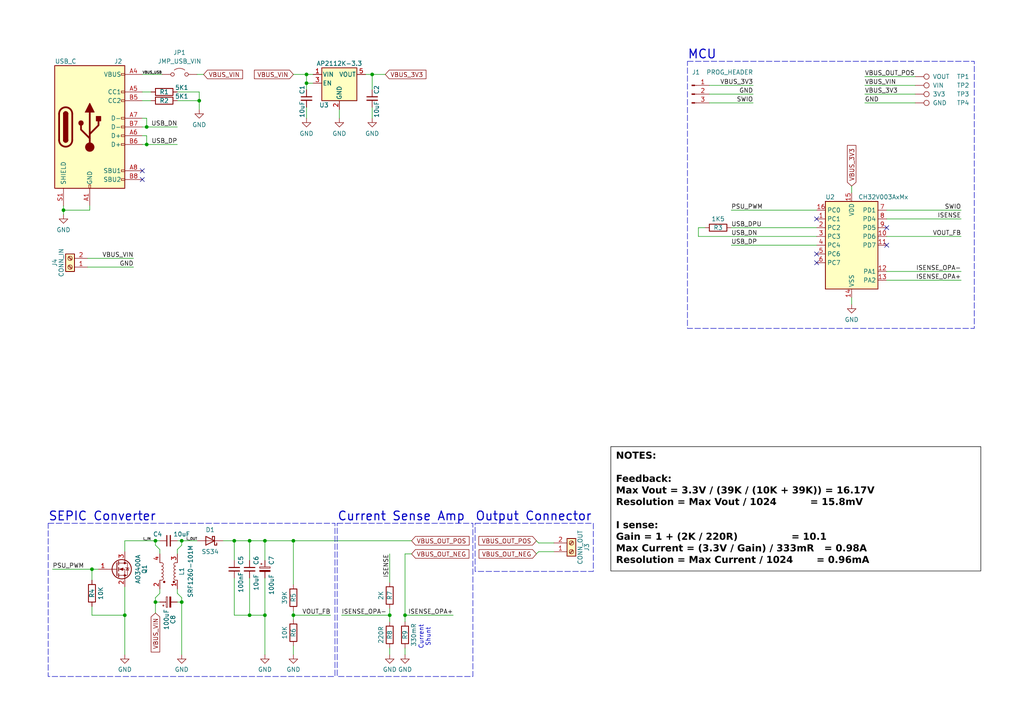
<source format=kicad_sch>
(kicad_sch (version 20231120) (generator "eeschema") (generator_version "8.0")
  (paper "A4")
  (title_block (title "CCCCPPPS CH32V003 PSU") (date "2024-11-02") (rev "MkII") (comment 1 "Bogdan Ionescu & ADBeta"))
  (lib_symbols
    (symbol "Connector:Conn_01x03_Pin" (pin_names (offset 1.016) hide)
      (property "Reference" "J" (at 0 5.08 0))
      (property "Value" "Conn_01x03_Pin" (at 0 -5.08 0))
      (symbol "Conn_01x03_Pin_1_1"
        (polyline (pts (xy 1.27 -2.54) (xy 0.8636 -2.54)) (stroke (width 0.1524)))
        (polyline (pts (xy 1.27 0) (xy 0.8636 0)) (stroke (width 0.1524)))
        (polyline (pts (xy 1.27 2.54) (xy 0.8636 2.54)) (stroke (width 0.1524)))
        (rectangle (start 0.8636 -2.413) (end 0 -2.667) (stroke (width 0.1524)) (fill (type outline)))
        (rectangle (start 0.8636 0.127) (end 0 -0.127) (stroke (width 0.1524)) (fill (type outline)))
        (rectangle (start 0.8636 2.667) (end 0 2.413) (stroke (width 0.1524)) (fill (type outline)))
        (pin passive line (at 5.08 2.54 180) (length 3.81) (name "Pin_1") (number "1"))
        (pin passive line (at 5.08 0 180) (length 3.81) (name "Pin_2") (number "2"))
        (pin passive line (at 5.08 -2.54 180) (length 3.81) (name "Pin_3") (number "3"))
      )
    )
    (symbol "Connector:Screw_Terminal_01x02" (pin_names (offset 1.016) hide)
      (property "Reference" "J" (at 0 2.54 0))
      (property "Value" "Screw_Terminal_01x02" (at 0 -5.08 0))
      (symbol "Screw_Terminal_01x02_1_1"
        (rectangle (start -1.27 1.27) (end 1.27 -3.81) (stroke (width 0.254)) (fill (type background)))
        (circle (center 0 -2.54) (radius 0.635) (stroke (width 0.1524)))
        (polyline (pts (xy -0.5334 -2.2098) (xy 0.3302 -3.048)) (stroke (width 0.1524)))
        (polyline (pts (xy -0.5334 0.3302) (xy 0.3302 -0.508)) (stroke (width 0.1524)))
        (polyline (pts (xy -0.3556 -2.032) (xy 0.508 -2.8702)) (stroke (width 0.1524)))
        (polyline (pts (xy -0.3556 0.508) (xy 0.508 -0.3302)) (stroke (width 0.1524)))
        (circle (center 0 0) (radius 0.635) (stroke (width 0.1524)))
        (pin passive line (at -5.08 0 0) (length 3.81) (name "Pin_1") (number "1"))
        (pin passive line (at -5.08 -2.54 0) (length 3.81) (name "Pin_2") (number "2"))
      )
    )
    (symbol "Connector:TestPoint" (pin_numbers hide) (pin_names (offset 0.762) hide)
      (property "Reference" "TP" (at 0 6.858 0))
      (property "Value" "TestPoint" (at 0 5.08 0))
      (symbol "TestPoint_0_1"
        (circle (center 0 3.302) (radius 0.762))
      )
      (symbol "TestPoint_1_1"
        (pin passive line (at 0 0 90) (length 2.54) (name "1") (number "1"))
      )
    )
    (symbol "Connector:USB_C_Receptacle_USB2.0_16P" (pin_names (offset 1.016))
      (property "Reference" "J" (at 0 22.225 0))
      (property "Value" "USB_C_Receptacle_USB2.0_16P" (at 0 19.685 0))
      (symbol "USB_C_Receptacle_USB2.0_16P_0_0"
        (rectangle (start -0.254 -17.78) (end 0.254 -16.764))
        (rectangle (start 10.16 -14.986) (end 9.144 -15.494))
        (rectangle (start 10.16 -12.446) (end 9.144 -12.954))
        (rectangle (start 10.16 -4.826) (end 9.144 -5.334))
        (rectangle (start 10.16 -2.286) (end 9.144 -2.794))
        (rectangle (start 10.16 0.254) (end 9.144 -0.254))
        (rectangle (start 10.16 2.794) (end 9.144 2.286))
        (rectangle (start 10.16 7.874) (end 9.144 7.366))
        (rectangle (start 10.16 10.414) (end 9.144 9.906))
        (rectangle (start 10.16 15.494) (end 9.144 14.986))
      )
      (symbol "USB_C_Receptacle_USB2.0_16P_0_1"
        (rectangle (start -10.16 17.78) (end 10.16 -17.78) (stroke (width 0.254)) (fill (type background)))
        (arc (start -8.89 -3.81) (mid -6.985 -5.7067) (end -5.08 -3.81) (stroke (width 0.508)))
        (arc (start -7.62 -3.81) (mid -6.985 -4.4423) (end -6.35 -3.81) (stroke (width 0.254)))
        (arc (start -7.62 -3.81) (mid -6.985 -4.4423) (end -6.35 -3.81) (stroke (width 0.254)) (fill (type outline)))
        (rectangle (start -7.62 -3.81) (end -6.35 3.81) (stroke (width 0.254)) (fill (type outline)))
        (arc (start -6.35 3.81) (mid -6.985 4.4423) (end -7.62 3.81) (stroke (width 0.254)))
        (arc (start -6.35 3.81) (mid -6.985 4.4423) (end -7.62 3.81) (stroke (width 0.254)) (fill (type outline)))
        (arc (start -5.08 3.81) (mid -6.985 5.7067) (end -8.89 3.81) (stroke (width 0.508)))
        (circle (center -2.54 1.143) (radius 0.635) (stroke (width 0.254)) (fill (type outline)))
        (circle (center 0 -5.842) (radius 1.27) (fill (type outline)))
        (polyline (pts (xy -8.89 -3.81) (xy -8.89 3.81)) (stroke (width 0.508)))
        (polyline (pts (xy -5.08 3.81) (xy -5.08 -3.81)) (stroke (width 0.508)))
        (polyline (pts (xy 0 -5.842) (xy 0 4.318)) (stroke (width 0.508)))
        (polyline (pts (xy 0 -3.302) (xy -2.54 -0.762) (xy -2.54 0.508)) (stroke (width 0.508)))
        (polyline (pts (xy 0 -2.032) (xy 2.54 0.508) (xy 2.54 1.778)) (stroke (width 0.508)))
        (polyline (pts (xy -1.27 4.318) (xy 0 6.858) (xy 1.27 4.318) (xy -1.27 4.318)) (stroke (width 0.254)) (fill (type outline)))
        (rectangle (start 1.905 1.778) (end 3.175 3.048) (stroke (width 0.254)) (fill (type outline)))
      )
      (symbol "USB_C_Receptacle_USB2.0_16P_1_1"
        (pin passive line (at 0 -22.86 90) (length 5.08) (name "GND") (number "A1"))
        (pin passive line (at 0 -22.86 90) (length 5.08) hide (name "GND") (number "A12"))
        (pin passive line (at 15.24 15.24 180) (length 5.08) (name "VBUS") (number "A4"))
        (pin bidirectional line (at 15.24 10.16 180) (length 5.08) (name "CC1") (number "A5"))
        (pin bidirectional line (at 15.24 -2.54 180) (length 5.08) (name "D+") (number "A6"))
        (pin bidirectional line (at 15.24 2.54 180) (length 5.08) (name "D-") (number "A7"))
        (pin bidirectional line (at 15.24 -12.7 180) (length 5.08) (name "SBU1") (number "A8"))
        (pin passive line (at 15.24 15.24 180) (length 5.08) hide (name "VBUS") (number "A9"))
        (pin passive line (at 0 -22.86 90) (length 5.08) hide (name "GND") (number "B1"))
        (pin passive line (at 0 -22.86 90) (length 5.08) hide (name "GND") (number "B12"))
        (pin passive line (at 15.24 15.24 180) (length 5.08) hide (name "VBUS") (number "B4"))
        (pin bidirectional line (at 15.24 7.62 180) (length 5.08) (name "CC2") (number "B5"))
        (pin bidirectional line (at 15.24 -5.08 180) (length 5.08) (name "D+") (number "B6"))
        (pin bidirectional line (at 15.24 0 180) (length 5.08) (name "D-") (number "B7"))
        (pin bidirectional line (at 15.24 -15.24 180) (length 5.08) (name "SBU2") (number "B8"))
        (pin passive line (at 15.24 15.24 180) (length 5.08) hide (name "VBUS") (number "B9"))
        (pin passive line (at -7.62 -22.86 90) (length 5.08) (name "SHIELD") (number "S1"))
      )
    )
    (symbol "Device:C_Polarized_Small" (pin_numbers hide) (pin_names (offset 0.254) hide)
      (property "Reference" "C" (at 0.254 1.778 0))
      (property "Value" "C_Polarized_Small" (at 0.254 -2.032 0))
      (symbol "C_Polarized_Small_0_1"
        (rectangle (start -1.524 -0.3048) (end 1.524 -0.6858) (fill (type outline)))
        (rectangle (start -1.524 0.6858) (end 1.524 0.3048))
        (polyline (pts (xy -1.27 1.524) (xy -0.762 1.524)))
        (polyline (pts (xy -1.016 1.27) (xy -1.016 1.778)))
      )
      (symbol "C_Polarized_Small_1_1"
        (pin passive line (at 0 2.54 270) (length 1.8542) (name "~") (number "1"))
        (pin passive line (at 0 -2.54 90) (length 1.8542) (name "~") (number "2"))
      )
    )
    (symbol "Device:C_Small" (pin_numbers hide) (pin_names (offset 0.254) hide)
      (property "Reference" "C" (at 0.254 1.778 0))
      (property "Value" "C_Small" (at 0.254 -2.032 0))
      (symbol "C_Small_0_1"
        (polyline (pts (xy -1.524 -0.508) (xy 1.524 -0.508)) (stroke (width 0.3302)))
        (polyline (pts (xy -1.524 0.508) (xy 1.524 0.508)) (stroke (width 0.3048)))
      )
      (symbol "C_Small_1_1"
        (pin passive line (at 0 2.54 270) (length 2.032) (name "~") (number "1"))
        (pin passive line (at 0 -2.54 90) (length 2.032) (name "~") (number "2"))
      )
    )
    (symbol "Device:L_Coupled_1243" (pin_names (offset 0.254) hide)
      (property "Reference" "L3" (at -1.6511 -3.81 90))
      (property "Value" "SRF1260-101M" (at 0.8889 -3.81 90))
      (symbol "L_Coupled_1243_0_1"
        (circle (center -3.048 -1.524) (radius 0.254) (fill (type outline)))
        (circle (center -3.048 1.27) (radius 0.254) (fill (type outline)))
        (arc (start -2.54 2.032) (mid -2.032 1.5262) (end -1.524 2.032))
        (arc (start -1.524 -2.032) (mid -2.032 -1.5262) (end -2.54 -2.032))
        (arc (start -1.524 2.032) (mid -1.016 1.5262) (end -0.508 2.032))
        (arc (start -0.508 -2.032) (mid -1.016 -1.5262) (end -1.524 -2.032))
        (arc (start -0.508 2.032) (mid 0 1.5262) (end 0.508 2.032))
        (polyline (pts (xy -2.54 -2.032) (xy -2.54 -2.54)))
        (polyline (pts (xy -2.54 2.032) (xy -2.54 2.54)))
        (polyline (pts (xy 2.54 -2.54) (xy 2.54 -2.032)))
        (polyline (pts (xy 2.54 2.032) (xy 2.54 2.54)))
        (arc (start 0.508 -2.032) (mid 0 -1.5262) (end -0.508 -2.032))
        (arc (start 0.508 2.032) (mid 1.016 1.5262) (end 1.524 2.032))
        (arc (start 1.524 -2.032) (mid 1.016 -1.5262) (end 0.508 -2.032))
        (arc (start 1.524 2.032) (mid 2.032 1.5262) (end 2.54 2.032))
        (arc (start 2.54 -2.032) (mid 2.032 -1.5262) (end 1.524 -2.032))
      )
      (symbol "L_Coupled_1243_1_1"
        (pin passive line (at -5.08 -2.54 0) (length 2.54) (name "1") (number "1"))
        (pin passive line (at -5.08 2.54 0) (length 2.54) (name "2") (number "2"))
        (pin passive line (at 5.08 -2.54 180) (length 2.54) (name "3") (number "3"))
        (pin passive line (at 5.08 2.54 180) (length 2.54) (name "4") (number "4"))
      )
    )
    (symbol "Device:R" (pin_numbers hide) (pin_names (offset 0))
      (property "Reference" "R" (at 2.032 0 90))
      (property "Value" "R" (at 0 0 90))
      (symbol "R_0_1"
        (rectangle (start -1.016 -2.54) (end 1.016 2.54) (stroke (width 0.254)))
      )
      (symbol "R_1_1"
        (pin passive line (at 0 3.81 270) (length 1.27) (name "~") (number "1"))
        (pin passive line (at 0 -3.81 90) (length 1.27) (name "~") (number "2"))
      )
    )
    (symbol "Diode:SS34" (pin_numbers hide) (pin_names (offset 1.016) hide)
      (property "Reference" "D" (at 0 2.54 0))
      (property "Value" "SS34" (at 0 -2.54 0))
      (symbol "SS34_0_1"
        (polyline (pts (xy 1.27 0) (xy -1.27 0)))
        (polyline (pts (xy 1.27 1.27) (xy 1.27 -1.27) (xy -1.27 0) (xy 1.27 1.27)) (stroke (width 0.254)))
        (polyline (pts (xy -1.905 0.635) (xy -1.905 1.27) (xy -1.27 1.27) (xy -1.27 -1.27) (xy -0.635 -1.27) (xy -0.635 -0.635)) (stroke (width 0.254)))
      )
      (symbol "SS34_1_1"
        (pin passive line (at -3.81 0 0) (length 2.54) (name "K") (number "1"))
        (pin passive line (at 3.81 0 180) (length 2.54) (name "A") (number "2"))
      )
    )
    (symbol "Jumper:Jumper_2_Open" (pin_numbers hide) (pin_names (offset 0) hide) (exclude_from_sim yes)
      (property "Reference" "JP" (at 0 2.794 0))
      (property "Value" "Jumper_2_Open" (at 0 -2.286 0))
      (symbol "Jumper_2_Open_0_0"
        (circle (center -2.032 0) (radius 0.508))
        (circle (center 2.032 0) (radius 0.508))
      )
      (symbol "Jumper_2_Open_0_1"
        (arc (start 1.524 1.27) (mid 0 1.778) (end -1.524 1.27))
      )
      (symbol "Jumper_2_Open_1_1"
        (pin passive line (at -5.08 0 0) (length 2.54) (name "A") (number "1"))
        (pin passive line (at 5.08 0 180) (length 2.54) (name "B") (number "2"))
      )
    )
    (symbol "MCU_WCH_CH32V0:CH32V003AxMx"
      (property "Reference" "U" (at -7.62 15.24 0))
      (property "Value" "CH32V003AxMx" (at 7.62 15.24 0))
      (symbol "CH32V003AxMx_1_1"
        (rectangle (start -7.62 12.7) (end 7.62 -12.7) (stroke (width 0.254)) (fill (type background)))
        (pin bidirectional line (at -10.16 7.62 0) (length 2.54) (name "PC1") (number "1"))
        (pin bidirectional line (at 10.16 2.54 180) (length 2.54) (name "PD6") (number "10"))
        (pin bidirectional line (at 10.16 0 180) (length 2.54) (name "PD7") (number "11"))
        (pin bidirectional line (at 10.16 -7.62 180) (length 2.54) (name "PA1") (number "12"))
        (pin bidirectional line (at 10.16 -10.16 180) (length 2.54) (name "PA2") (number "13"))
        (pin power_in line (at 0 -15.24 90) (length 2.54) (name "VSS") (number "14"))
        (pin power_in line (at 0 15.24 270) (length 2.54) (name "VDD") (number "15"))
        (pin bidirectional line (at -10.16 10.16 0) (length 2.54) (name "PC0") (number "16"))
        (pin bidirectional line (at -10.16 5.08 0) (length 2.54) (name "PC2") (number "2"))
        (pin bidirectional line (at -10.16 2.54 0) (length 2.54) (name "PC3") (number "3"))
        (pin bidirectional line (at -10.16 0 0) (length 2.54) (name "PC4") (number "4"))
        (pin bidirectional line (at -10.16 -2.54 0) (length 2.54) (name "PC6") (number "5"))
        (pin bidirectional line (at -10.16 -5.08 0) (length 2.54) (name "PC7") (number "6"))
        (pin bidirectional line (at 10.16 10.16 180) (length 2.54) (name "PD1") (number "7"))
        (pin bidirectional line (at 10.16 7.62 180) (length 2.54) (name "PD4") (number "8"))
        (pin bidirectional line (at 10.16 5.08 180) (length 2.54) (name "PD5") (number "9"))
      )
    )
    (symbol "Regulator_Linear:AP2112K-3.3" (pin_names (offset 0.254))
      (property "Reference" "U" (at -5.08 5.715 0))
      (property "Value" "AP2112K-3.3" (at 0 5.715 0))
      (symbol "AP2112K-3.3_0_1"
        (rectangle (start -5.08 4.445) (end 5.08 -5.08) (stroke (width 0.254)) (fill (type background)))
      )
      (symbol "AP2112K-3.3_1_1"
        (pin power_in line (at -7.62 2.54 0) (length 2.54) (name "VIN") (number "1"))
        (pin power_in line (at 0 -7.62 90) (length 2.54) (name "GND") (number "2"))
        (pin input line (at -7.62 0 0) (length 2.54) (name "EN") (number "3"))
        (pin no_connect line (at 5.08 0 180) (length 2.54) hide (name "NC") (number "4"))
        (pin power_out line (at 7.62 2.54 180) (length 2.54) (name "VOUT") (number "5"))
      )
    )
    (symbol "Transistor_FET:AO3400A" (pin_names hide)
      (property "Reference" "Q" (at 5.08 1.905 0))
      (property "Value" "AO3400A" (at 5.08 0 0))
      (symbol "AO3400A_0_1"
        (polyline (pts (xy 0.254 0) (xy -2.54 0)))
        (polyline (pts (xy 0.254 1.905) (xy 0.254 -1.905)) (stroke (width 0.254)))
        (polyline (pts (xy 0.762 -1.27) (xy 0.762 -2.286)) (stroke (width 0.254)))
        (polyline (pts (xy 0.762 0.508) (xy 0.762 -0.508)) (stroke (width 0.254)))
        (polyline (pts (xy 0.762 2.286) (xy 0.762 1.27)) (stroke (width 0.254)))
        (polyline (pts (xy 2.54 2.54) (xy 2.54 1.778)))
        (polyline (pts (xy 2.54 -2.54) (xy 2.54 0) (xy 0.762 0)))
        (polyline (pts (xy 0.762 -1.778) (xy 3.302 -1.778) (xy 3.302 1.778) (xy 0.762 1.778)))
        (polyline (pts (xy 1.016 0) (xy 2.032 0.381) (xy 2.032 -0.381) (xy 1.016 0)) (fill (type outline)))
        (polyline (pts (xy 2.794 0.508) (xy 2.921 0.381) (xy 3.683 0.381) (xy 3.81 0.254)))
        (polyline (pts (xy 3.302 0.381) (xy 2.921 -0.254) (xy 3.683 -0.254) (xy 3.302 0.381)))
        (circle (center 1.651 0) (radius 2.794) (stroke (width 0.254)))
        (circle (center 2.54 -1.778) (radius 0.254) (fill (type outline)))
        (circle (center 2.54 1.778) (radius 0.254) (fill (type outline)))
      )
      (symbol "AO3400A_1_1"
        (pin input line (at -5.08 0 0) (length 2.54) (name "G") (number "1"))
        (pin passive line (at 2.54 -5.08 90) (length 2.54) (name "S") (number "2"))
        (pin passive line (at 2.54 5.08 270) (length 2.54) (name "D") (number "3"))
      )
    )
    (symbol "power:GND" (power) (pin_names (offset 0))
      (property "Value" "GND" (at 0 -3.81 0))
      (symbol "GND_0_1"
        (polyline (pts (xy 0 0) (xy 0 -1.27) (xy 1.27 -1.27) (xy 0 -2.54) (xy -1.27 -1.27) (xy 0 -1.27)))
      )
      (symbol "GND_1_1"
        (pin power_in line (at 0 0 270) (length 0) hide (name "GND") (number "1"))
      )
    )
  )
  (junction (at 76.835 178.435))
  (junction (at 67.945 156.845))
  (junction (at 117.475 178.435))
  (junction (at 76.835 156.845))
  (junction (at 45.085 156.845))
  (junction (at 52.705 156.845))
  (junction (at 88.9 24.13))
  (junction (at 42.545 41.91))
  (junction (at 113.03 178.435))
  (junction (at 36.195 178.435))
  (junction (at 52.705 174.625))
  (junction (at 26.67 165.1))
  (junction (at 45.085 174.625))
  (junction (at 42.545 36.83))
  (junction (at 85.09 156.845))
  (junction (at 107.95 21.59))
  (junction (at 85.09 178.435))
  (junction (at 72.39 178.435))
  (junction (at 72.39 156.845))
  (junction (at 57.785 29.21))
  (junction (at 88.9 21.59))
  (junction (at 18.415 60.96))
  (no_connect (at 41.275 52.07))
  (no_connect (at 257.175 66.04))
  (no_connect (at 236.855 63.5))
  (no_connect (at 257.175 71.12))
  (no_connect (at 236.855 73.66))
  (no_connect (at 41.275 49.53))
  (no_connect (at 236.855 76.2))
  (wire (pts (xy 106.045 21.59) (xy 107.95 21.59)))
  (wire (pts (xy 42.545 41.91) (xy 41.275 41.91)))
  (wire (pts (xy 46.355 159.385) (xy 45.085 158.115)))
  (wire (pts (xy 76.835 167.64) (xy 76.835 178.435)))
  (wire (pts (xy 88.9 24.13) (xy 90.805 24.13)))
  (wire (pts (xy 247.015 53.975) (xy 247.015 55.88)))
  (wire (pts (xy 46.355 170.815) (xy 46.355 172.085)))
  (wire (pts (xy 85.09 187.325) (xy 85.09 189.865)))
  (wire (pts (xy 76.835 178.435) (xy 76.835 189.865)))
  (wire (pts (xy 36.195 170.18) (xy 36.195 178.435)))
  (wire (pts (xy 42.545 39.37) (xy 42.545 41.91)))
  (wire (pts (xy 247.015 86.36) (xy 247.015 88.265)))
  (wire (pts (xy 45.085 173.355) (xy 45.085 174.625)))
  (wire (pts (xy 41.275 29.21) (xy 43.815 29.21)))
  (wire (pts (xy 212.09 66.04) (xy 236.855 66.04)))
  (wire (pts (xy 117.475 160.655) (xy 117.475 178.435)))
  (wire (pts (xy 52.705 173.355) (xy 52.705 174.625)))
  (wire (pts (xy 85.09 21.59) (xy 88.9 21.59)))
  (wire (pts (xy 42.545 36.83) (xy 51.435 36.83)))
  (wire (pts (xy 212.09 71.12) (xy 236.855 71.12)))
  (wire (pts (xy 156.21 157.48) (xy 160.655 157.48)))
  (wire (pts (xy 51.435 29.21) (xy 57.785 29.21)))
  (wire (pts (xy 41.275 36.83) (xy 42.545 36.83)))
  (wire (pts (xy 218.44 27.305) (xy 205.74 27.305)))
  (wire (pts (xy 52.705 158.115) (xy 52.705 156.845)))
  (wire (pts (xy 85.09 169.545) (xy 85.09 156.845)))
  (wire (pts (xy 45.085 158.115) (xy 45.085 156.845)))
  (wire (pts (xy 99.06 178.435) (xy 113.03 178.435)))
  (wire (pts (xy 205.74 29.845) (xy 218.44 29.845)))
  (wire (pts (xy 88.9 24.13) (xy 88.9 26.035)))
  (wire (pts (xy 42.545 41.91) (xy 51.435 41.91)))
  (wire (pts (xy 15.24 165.1) (xy 26.67 165.1)))
  (wire (pts (xy 67.945 156.845) (xy 72.39 156.845)))
  (wire (pts (xy 51.435 172.085) (xy 52.705 173.355)))
  (wire (pts (xy 45.085 174.625) (xy 46.355 174.625)))
  (wire (pts (xy 113.03 187.96) (xy 113.03 189.865)))
  (wire (pts (xy 72.39 178.435) (xy 76.835 178.435)))
  (wire (pts (xy 156.21 160.02) (xy 160.655 160.02)))
  (wire (pts (xy 202.565 66.04) (xy 202.565 68.58)))
  (wire (pts (xy 85.09 178.435) (xy 85.09 179.705)))
  (wire (pts (xy 51.435 160.655) (xy 51.435 159.385)))
  (wire (pts (xy 52.705 174.625) (xy 52.705 189.865)))
  (wire (pts (xy 18.415 60.96) (xy 18.415 59.69)))
  (wire (pts (xy 57.785 31.75) (xy 57.785 29.21)))
  (wire (pts (xy 67.945 156.845) (xy 67.945 162.56)))
  (wire (pts (xy 51.435 170.815) (xy 51.435 172.085)))
  (wire (pts (xy 41.275 21.59) (xy 46.99 21.59)))
  (wire (pts (xy 98.425 31.75) (xy 98.425 34.29)))
  (wire (pts (xy 76.835 156.845) (xy 85.09 156.845)))
  (wire (pts (xy 257.175 60.96) (xy 278.765 60.96)))
  (wire (pts (xy 51.435 159.385) (xy 52.705 158.115)))
  (wire (pts (xy 67.945 178.435) (xy 72.39 178.435)))
  (wire (pts (xy 46.355 172.085) (xy 45.085 173.355)))
  (wire (pts (xy 26.035 60.96) (xy 26.035 59.69)))
  (wire (pts (xy 26.67 178.435) (xy 26.67 175.895)))
  (wire (pts (xy 117.475 160.655) (xy 119.38 160.655)))
  (wire (pts (xy 250.825 22.225) (xy 265.43 22.225)))
  (wire (pts (xy 117.475 178.435) (xy 131.445 178.435)))
  (wire (pts (xy 250.825 27.305) (xy 265.43 27.305)))
  (wire (pts (xy 107.95 21.59) (xy 107.95 26.035)))
  (wire (pts (xy 64.77 156.845) (xy 67.945 156.845)))
  (wire (pts (xy 41.275 26.67) (xy 43.815 26.67)))
  (wire (pts (xy 42.545 34.29) (xy 42.545 36.83)))
  (wire (pts (xy 18.415 60.96) (xy 26.035 60.96)))
  (wire (pts (xy 113.03 160.655) (xy 113.03 168.91)))
  (wire (pts (xy 117.475 178.435) (xy 117.475 180.34)))
  (wire (pts (xy 204.47 66.04) (xy 202.565 66.04)))
  (wire (pts (xy 90.805 21.59) (xy 88.9 21.59)))
  (wire (pts (xy 85.09 177.165) (xy 85.09 178.435)))
  (wire (pts (xy 52.705 156.845) (xy 57.15 156.845)))
  (wire (pts (xy 26.67 165.1) (xy 26.67 168.275)))
  (wire (pts (xy 257.175 63.5) (xy 278.765 63.5)))
  (wire (pts (xy 42.545 34.29) (xy 41.275 34.29)))
  (wire (pts (xy 113.03 176.53) (xy 113.03 178.435)))
  (wire (pts (xy 38.735 74.93) (xy 25.4 74.93)))
  (wire (pts (xy 36.195 156.845) (xy 36.195 160.02)))
  (wire (pts (xy 36.195 178.435) (xy 26.67 178.435)))
  (wire (pts (xy 72.39 156.845) (xy 76.835 156.845)))
  (wire (pts (xy 45.085 156.845) (xy 46.355 156.845)))
  (wire (pts (xy 88.9 31.115) (xy 88.9 34.29)))
  (wire (pts (xy 85.09 156.845) (xy 119.38 156.845)))
  (wire (pts (xy 257.175 78.74) (xy 278.765 78.74)))
  (wire (pts (xy 88.9 21.59) (xy 88.9 24.13)))
  (wire (pts (xy 38.735 77.47) (xy 25.4 77.47)))
  (wire (pts (xy 52.705 174.625) (xy 51.435 174.625)))
  (wire (pts (xy 250.825 29.845) (xy 265.43 29.845)))
  (wire (pts (xy 51.435 156.845) (xy 52.705 156.845)))
  (wire (pts (xy 155.575 156.845) (xy 156.21 157.48)))
  (wire (pts (xy 76.835 156.845) (xy 76.835 162.56)))
  (wire (pts (xy 212.09 60.96) (xy 236.855 60.96)))
  (wire (pts (xy 107.95 31.115) (xy 107.95 34.29)))
  (wire (pts (xy 18.415 62.23) (xy 18.415 60.96)))
  (wire (pts (xy 202.565 68.58) (xy 236.855 68.58)))
  (wire (pts (xy 155.575 160.655) (xy 156.21 160.02)))
  (wire (pts (xy 36.195 156.845) (xy 45.085 156.845)))
  (wire (pts (xy 67.945 167.64) (xy 67.945 178.435)))
  (wire (pts (xy 218.44 24.765) (xy 205.74 24.765)))
  (wire (pts (xy 41.275 39.37) (xy 42.545 39.37)))
  (wire (pts (xy 57.15 21.59) (xy 59.055 21.59)))
  (wire (pts (xy 45.085 174.625) (xy 45.085 177.8)))
  (wire (pts (xy 57.785 26.67) (xy 57.785 29.21)))
  (wire (pts (xy 36.195 178.435) (xy 36.195 189.865)))
  (wire (pts (xy 51.435 26.67) (xy 57.785 26.67)))
  (wire (pts (xy 28.575 165.1) (xy 26.67 165.1)))
  (wire (pts (xy 85.09 178.435) (xy 95.885 178.435)))
  (wire (pts (xy 72.39 167.64) (xy 72.39 178.435)))
  (wire (pts (xy 72.39 156.845) (xy 72.39 162.56)))
  (wire (pts (xy 107.95 21.59) (xy 111.76 21.59)))
  (wire (pts (xy 117.475 187.96) (xy 117.475 189.865)))
  (wire (pts (xy 250.825 24.765) (xy 265.43 24.765)))
  (wire (pts (xy 257.175 68.58) (xy 278.765 68.58)))
  (wire (pts (xy 257.175 81.28) (xy 278.765 81.28)))
  (wire (pts (xy 113.03 178.435) (xy 113.03 180.34)))
  (wire (pts (xy 46.355 160.655) (xy 46.355 159.385)))
  (rectangle (start 137.795 151.765) (end 172.085 165.735) (stroke (width 0) (type dash)))
  (rectangle (start 199.39 17.78) (end 282.575 95.25) (stroke (width 0) (type dash)))
  (rectangle (start 13.97 151.765) (end 97.155 196.215) (stroke (width 0) (type dash)))
  (rectangle (start 97.79 151.765) (end 137.16 196.215) (stroke (width 0) (type dash)))
  (text_box "NOTES:\n\nFeedback:\nMax Vout = 3.3V / (39K / (10K + 39K)) = 16.17V\nResolution = Max Vout / 1024          = 15.8mV\n\nI sense:\nGain = 1 + (2K / 220R)                = 10.1\nMax Current = (3.3V / Gain) / 333mR   = 0.98A\nResolution = Max Current / 1024       = 0.96mA" (at 177.165 129.54 0) (size 107.315 36.068) (stroke (width 0) (color 0 0 0 1)) (effects (font (size 2 2) (thickness 0.4) (bold yes)) (justify left top)))
  (text "MCU" (at 199.39 15.875 0) (effects (font (size 2.54 2.54) (thickness 0.3175)) (justify left)))
  (text "Output Connector" (at 137.795 149.86 0) (effects (font (size 2.54 2.54) (thickness 0.3175)) (justify left)))
  (text "Current\nShunt" (at 123.19 184.785 90) (effects (font (size 1.27 1.27))))
  (text "SEPIC Converter" (at 13.97 149.86 0) (effects (font (size 2.54 2.54) (thickness 0.3175)) (justify left)))
  (text "Current Sense Amp" (at 97.79 149.86 0) (effects (font (size 2.54 2.54) (thickness 0.3175)) (justify left)))
  (label "VBUS_VIN" (at 250.825 24.765 0))
  (label "VBUS_3V3" (at 250.825 27.305 0))
  (label "ISENSE_OPA-" (at 278.765 78.74 180))
  (label "L_IN" (at 43.815 156.845 180) (effects (font (size 0.7 0.7))))
  (label "USB_DPU" (at 212.09 66.04 0))
  (label "ISENSE_OPA-" (at 99.06 178.435 0))
  (label "VOUT_FB" (at 278.765 68.58 180))
  (label "USB_DN" (at 212.09 68.58 0))
  (label "VOUT_FB" (at 95.885 178.435 180))
  (label "ISENSE_OPA+" (at 278.765 81.28 180))
  (label "VBUS_VIN" (at 38.735 74.93 180))
  (label "ISENSE" (at 113.03 160.655 270))
  (label "GND" (at 218.44 27.305 180))
  (label "VBUS_OUT_POS" (at 250.825 22.225 0))
  (label "PSU_PWM" (at 212.09 60.96 0))
  (label "L_OUT" (at 53.975 156.845 0) (effects (font (size 0.7 0.7))))
  (label "GND" (at 250.825 29.845 0))
  (label "USB_DN" (at 51.435 36.83 180))
  (label "ISENSE" (at 278.765 63.5 180))
  (label "USB_DP" (at 51.435 41.91 180))
  (label "VBUS_USB" (at 41.275 21.59 0) (effects (font (size 0.72 0.72))))
  (label "SWIO" (at 218.44 29.845 180))
  (label "VBUS_3V3" (at 218.44 24.765 180))
  (label "ISENSE_OPA+" (at 131.445 178.435 180))
  (label "SWIO" (at 278.765 60.96 180))
  (label "PSU_PWM" (at 15.24 165.1 0))
  (label "USB_DP" (at 212.09 71.12 0))
  (label "GND" (at 38.735 77.47 180))
  (global_label "VBUS_OUT_NEG" (shape input) (at 155.575 160.655 180) (property "Intersheetrefs" "${INTERSHEET_REFS}" (effects (hide yes))))
  (global_label "VBUS_VIN" (shape input) (at 59.055 21.59 0) (property "Intersheetrefs" "${INTERSHEET_REFS}" (effects (hide yes))))
  (global_label "VBUS_OUT_NEG" (shape input) (at 119.38 160.655 0) (property "Intersheetrefs" "${INTERSHEET_REFS}" (effects (hide yes))))
  (global_label "VBUS_VIN" (shape input) (at 45.085 177.8 270) (property "Intersheetrefs" "${INTERSHEET_REFS}" (effects (hide yes))))
  (global_label "VBUS_3V3" (shape input) (at 247.015 53.975 90) (property "Intersheetrefs" "${INTERSHEET_REFS}" (effects (hide yes))))
  (global_label "VBUS_VIN" (shape input) (at 85.09 21.59 180) (property "Intersheetrefs" "${INTERSHEET_REFS}" (effects (hide yes))))
  (global_label "VBUS_OUT_POS" (shape input) (at 119.38 156.845 0) (property "Intersheetrefs" "${INTERSHEET_REFS}" (effects (hide yes))))
  (global_label "VBUS_3V3" (shape input) (at 111.76 21.59 0) (property "Intersheetrefs" "${INTERSHEET_REFS}" (effects (hide yes))))
  (global_label "VBUS_OUT_POS" (shape input) (at 155.575 156.845 180) (property "Intersheetrefs" "${INTERSHEET_REFS}" (effects (hide yes))))
  (symbol (lib_id "Device:L_Coupled_1243") (at 48.895 165.735 90) (unit 1)
    (property "Reference" "L1" (at 52.705 165.735 0))
    (property "Value" "SRF1260-101M" (at 55.245 165.735 0))
    (property "Footprint" "Inductor_SMD:L_Bourns_SRF1260" (effects (hide yes)))
    (property "Datasheet" "https://docs.rs-online.com/30c0/0900766b8114d550.pdf" (effects (hide yes)))
    (property "Description" "Coupled inductor" (effects (hide yes)))
  )
  (symbol (lib_id "Device:C_Small") (at 107.95 28.575 0) (mirror y) (unit 1)
    (property "Reference" "C2" (at 109.22 26.035 90))
    (property "Value" "10uF" (at 109.22 31.75 90))
    (property "Footprint" "Capacitor_SMD:C_0805_2012Metric" (effects (hide yes)))
    (property "Description" "Unpolarized capacitor, small symbol" (effects (hide yes)))
  )
  (symbol (lib_id "power:GND") (at 76.835 189.865 0) (unit 1)
    (property "Reference" "#PWR010" (effects (hide yes)))
    (property "Value" "GND" (at 74.803 194.183 0) (effects (justify left)))
  )
  (symbol (lib_id "Jumper:Jumper_2_Open") (at 52.07 21.59 0) (unit 1) (exclude_from_sim yes)
    (property "Reference" "JP1" (at 52.07 15.24 0))
    (property "Value" "JMP_USB_VIN" (at 52.07 17.78 0))
    (property "Footprint" "Jumper:SolderJumper-2_P1.3mm_Open_RoundedPad1.0x1.5mm" (effects (hide yes)))
    (property "Description" "Jumper, 2-pole, open" (effects (hide yes)))
  )
  (symbol (lib_id "power:GND") (at 18.415 62.23 0) (unit 1)
    (property "Reference" "#PWR06" (effects (hide yes)))
    (property "Value" "GND" (at 18.415 66.675 0))
    (property "Description" "Power symbol creates a global label with name \"GND\" , ground" (effects (hide yes)))
  )
  (symbol (lib_id "Device:C_Polarized_Small") (at 76.835 165.1 0) (unit 1)
    (property "Reference" "C7" (at 78.74 162.56 90))
    (property "Value" "100uF" (at 78.74 169.545 90))
    (property "Footprint" "Capacitor_SMD:CP_Elec_6.3x5.2" (effects (hide yes)))
    (property "Description" "Polarized capacitor, small symbol" (effects (hide yes)))
  )
  (symbol (lib_id "power:GND") (at 36.195 189.865 0) (unit 1)
    (property "Reference" "#PWR08" (effects (hide yes)))
    (property "Value" "GND" (at 34.163 194.183 0) (effects (justify left)))
  )
  (symbol (lib_id "Connector:USB_C_Receptacle_USB2.0_16P") (at 26.035 36.83 0) (unit 1)
    (property "Reference" "J2" (at 34.29 17.78 0))
    (property "Value" "USB_C" (at 19.05 17.78 0))
    (property "Footprint" "Connector_USB:USB_C_Receptacle_G-Switch_GT-USB-7010ASV" (effects (hide yes)))
    (property "Datasheet" "https://www.usb.org/sites/default/files/documents/usb_type-c.zip" (effects (hide yes)))
    (property "Description" "USB 2.0-only 16P Type-C Receptacle connector" (effects (hide yes)))
  )
  (symbol (lib_id "power:GND") (at 113.03 189.865 0) (unit 1)
    (property "Reference" "#PWR012" (effects (hide yes)))
    (property "Value" "GND" (at 110.998 194.183 0) (effects (justify left)))
  )
  (symbol (lib_id "power:GND") (at 98.425 34.29 0) (unit 1)
    (property "Reference" "#PWR03" (effects (hide yes)))
    (property "Value" "GND" (at 98.425 38.735 0))
    (property "Description" "Power symbol creates a global label with name \"GND\" , ground" (effects (hide yes)))
  )
  (symbol (lib_id "Connector:Screw_Terminal_01x02") (at 20.32 77.47 180) (unit 1)
    (property "Reference" "J4" (at 15.875 76.2 90))
    (property "Value" "CONN_IN" (at 17.78 76.2 90))
    (property "Footprint" "Custom_Footprints:PCB_Terminal_Block_2-P3.5" (effects (hide yes)))
    (property "Description" "Generic screw terminal, single row, 01x02, script generated (kicad-library-utils/schlib/autogen/connector/)" (effects (hide yes)))
  )
  (symbol (lib_id "Regulator_Linear:AP2112K-3.3") (at 98.425 24.13 0) (unit 1)
    (property "Reference" "U3" (at 93.98 30.48 0))
    (property "Value" "AP2112K-3.3" (at 98.425 18.415 0))
    (property "Footprint" "Package_TO_SOT_SMD:SOT-23-5" (effects (hide yes)))
    (property "Datasheet" "https://www.diodes.com/assets/Datasheets/AP2112.pdf" (effects (hide yes)))
    (property "Description" "600mA low dropout linear regulator, with enable pin, 3.8V-6V input voltage range, 3.3V fixed positive output, SOT-23-5" (effects (hide yes)))
  )
  (symbol (lib_id "Device:R") (at 117.475 184.15 0) (unit 1)
    (property "Reference" "R9" (at 117.475 184.15 90))
    (property "Value" "330mR" (at 120.015 184.15 90))
    (property "Footprint" "Resistor_SMD:R_2512_6332Metric_Pad1.40x3.35mm_HandSolder" (effects (hide yes)))
  )
  (symbol (lib_id "Connector:Screw_Terminal_01x02") (at 165.735 160.02 0) (mirror x) (unit 1)
    (property "Reference" "J3" (at 170.18 158.75 90))
    (property "Value" "CONN_OUT" (at 168.275 158.75 90))
    (property "Footprint" "Custom_Footprints:PCB_Terminal_Block_2-P3.5" (effects (hide yes)))
    (property "Description" "Generic screw terminal, single row, 01x02, script generated (kicad-library-utils/schlib/autogen/connector/)" (effects (hide yes)))
  )
  (symbol (lib_id "power:GND") (at 85.09 189.865 0) (unit 1)
    (property "Reference" "#PWR011" (effects (hide yes)))
    (property "Value" "GND" (at 83.058 194.183 0) (effects (justify left)))
  )
  (symbol (lib_id "Device:C_Small") (at 72.39 165.1 0) (mirror y) (unit 1)
    (property "Reference" "C6" (at 74.295 162.56 90))
    (property "Value" "10uF" (at 74.295 168.91 90))
    (property "Footprint" "Capacitor_SMD:C_0805_2012Metric" (effects (hide yes)))
    (property "Description" "Unpolarized capacitor, small symbol" (effects (hide yes)))
  )
  (symbol (lib_id "power:GND") (at 117.475 189.865 0) (unit 1)
    (property "Reference" "#PWR013" (effects (hide yes)))
    (property "Value" "GND" (at 115.443 194.183 0) (effects (justify left)))
  )
  (symbol (lib_id "Device:R") (at 113.03 172.72 180) (unit 1)
    (property "Reference" "R7" (at 113.03 172.72 90))
    (property "Value" "2K" (at 110.49 172.72 90))
    (property "Footprint" "Resistor_SMD:R_0805_2012Metric" (effects (hide yes)))
  )
  (symbol (lib_id "power:GND") (at 88.9 34.29 0) (unit 1)
    (property "Reference" "#PWR02" (effects (hide yes)))
    (property "Value" "GND" (at 88.9 38.735 0))
    (property "Description" "Power symbol creates a global label with name \"GND\" , ground" (effects (hide yes)))
  )
  (symbol (lib_id "Device:C_Polarized_Small") (at 48.895 174.625 90) (unit 1)
    (property "Reference" "C8" (at 50.165 179.705 0))
    (property "Value" "100uF" (at 48.26 179.705 0))
    (property "Footprint" "Capacitor_SMD:CP_Elec_6.3x5.2" (effects (hide yes)))
    (property "Description" "Polarized capacitor, small symbol" (effects (hide yes)))
  )
  (symbol (lib_id "Device:R") (at 47.625 26.67 90) (unit 1)
    (property "Reference" "R1" (at 47.625 26.67 90))
    (property "Value" "5K1" (at 52.705 25.4 90))
    (property "Footprint" "Resistor_SMD:R_0805_2012Metric" (effects (hide yes)))
    (property "Description" "Resistor" (effects (hide yes)))
  )
  (symbol (lib_id "Device:C_Small") (at 88.9 28.575 0) (unit 1)
    (property "Reference" "C1" (at 87.63 26.035 90))
    (property "Value" "10uF" (at 87.63 31.75 90))
    (property "Footprint" "Capacitor_SMD:C_0805_2012Metric" (effects (hide yes)))
    (property "Description" "Unpolarized capacitor, small symbol" (effects (hide yes)))
  )
  (symbol (lib_id "Device:R") (at 85.09 173.355 0) (unit 1)
    (property "Reference" "R5" (at 85.09 173.355 90))
    (property "Value" "39K" (at 82.55 173.355 90))
    (property "Footprint" "Resistor_SMD:R_0805_2012Metric" (effects (hide yes)))
  )
  (symbol (lib_id "Device:C_Small") (at 67.945 165.1 0) (mirror y) (unit 1)
    (property "Reference" "C5" (at 69.85 162.56 90))
    (property "Value" "100nF" (at 69.85 168.91 90))
    (property "Footprint" "Capacitor_SMD:C_0805_2012Metric" (effects (hide yes)))
    (property "Description" "Unpolarized capacitor, small symbol" (effects (hide yes)))
  )
  (symbol (lib_id "Connector:TestPoint") (at 265.43 24.765 270) (unit 1)
    (property "Reference" "TP2" (at 277.495 24.765 90) (effects (justify left)))
    (property "Value" "VIN" (at 270.51 24.765 90) (effects (justify left)))
    (property "Footprint" "TestPoint:TestPoint_Pad_D1.5mm" (effects (hide yes)))
    (property "Description" "test point" (effects (hide yes)))
  )
  (symbol (lib_id "power:GND") (at 247.015 88.265 0) (unit 1)
    (property "Reference" "#PWR07" (effects (hide yes)))
    (property "Value" "GND" (at 247.015 92.71 0))
  )
  (symbol (lib_id "Device:R") (at 26.67 172.085 0) (unit 1)
    (property "Reference" "R4" (at 26.67 172.085 90))
    (property "Value" "10K" (at 29.21 172.085 90))
    (property "Footprint" "Resistor_SMD:R_0805_2012Metric" (effects (hide yes)))
  )
  (symbol (lib_id "Device:R") (at 208.28 66.04 90) (unit 1)
    (property "Reference" "R3" (at 208.28 66.04 90))
    (property "Value" "1K5" (at 208.28 63.5 90))
    (property "Footprint" "Resistor_SMD:R_0805_2012Metric" (effects (hide yes)))
    (property "Description" "Resistor" (effects (hide yes)))
  )
  (symbol (lib_id "Connector:TestPoint") (at 265.43 27.305 270) (unit 1)
    (property "Reference" "TP3" (at 277.495 27.305 90) (effects (justify left)))
    (property "Value" "3V3" (at 270.51 27.305 90) (effects (justify left)))
    (property "Footprint" "TestPoint:TestPoint_Pad_D1.5mm" (effects (hide yes)))
    (property "Description" "test point" (effects (hide yes)))
  )
  (symbol (lib_id "MCU_WCH_CH32V0:CH32V003AxMx") (at 247.015 71.12 0) (unit 1)
    (property "Reference" "U2" (at 239.395 57.15 0) (effects (justify left)))
    (property "Value" "CH32V003AxMx" (at 248.92 57.15 0) (effects (justify left)))
    (property "Footprint" "Package_SO:SOP-16_3.9x9.9mm_P1.27mm" (effects (hide yes)))
    (property "Datasheet" "https://www.wch-ic.com/products/CH32V003.html" (effects (hide yes)))
    (property "Description" "CH32V003 series are industrial-grade general-purpose microcontrollers designed based on 32-bit RISC-V instruction set and architecture. It adopts QingKe V2A core, RV32EC instruction set, and supports 2 levels of interrupt nesting. The series are mounted with rich peripheral interfaces and function modules. Its internal organizational structure meets the low-cost and low-power embedded application scenarios." (effects (hide yes)))
  )
  (symbol (lib_id "Device:R") (at 113.03 184.15 180) (unit 1)
    (property "Reference" "R8" (at 113.03 184.15 90))
    (property "Value" "220R" (at 110.49 184.15 90))
    (property "Footprint" "Resistor_SMD:R_0805_2012Metric" (effects (hide yes)))
  )
  (symbol (lib_id "Diode:SS34") (at 60.96 156.845 180) (unit 1)
    (property "Reference" "D1" (at 60.96 153.67 0))
    (property "Value" "SS34" (at 60.96 160.02 0))
    (property "Footprint" "Diode_SMD:D_SMA" (effects (hide yes)))
    (property "Datasheet" "https://www.vishay.com/docs/88751/ss32.pdf" (effects (hide yes)))
    (property "Description" "40V 3A Schottky Diode, SMA" (effects (hide yes)))
  )
  (symbol (lib_id "Device:R") (at 85.09 183.515 0) (unit 1)
    (property "Reference" "R6" (at 85.09 183.515 90))
    (property "Value" "10K" (at 82.55 183.515 90))
    (property "Footprint" "Resistor_SMD:R_0805_2012Metric" (effects (hide yes)))
  )
  (symbol (lib_id "Connector:TestPoint") (at 265.43 22.225 270) (unit 1)
    (property "Reference" "TP1" (at 277.495 22.225 90) (effects (justify left)))
    (property "Value" "VOUT" (at 270.51 22.225 90) (effects (justify left)))
    (property "Footprint" "TestPoint:TestPoint_Pad_D1.5mm" (effects (hide yes)))
    (property "Description" "test point" (effects (hide yes)))
  )
  (symbol (lib_id "power:GND") (at 52.705 189.865 0) (mirror y) (unit 1)
    (property "Reference" "#PWR09" (effects (hide yes)))
    (property "Value" "GND" (at 54.737 194.183 0) (effects (justify left)))
  )
  (symbol (lib_id "Device:C_Small") (at 48.895 156.845 90) (mirror x) (unit 1)
    (property "Reference" "C4" (at 45.72 154.94 90))
    (property "Value" "10uF" (at 52.705 154.94 90))
    (property "Footprint" "Capacitor_SMD:C_0805_2012Metric" (effects (hide yes)))
    (property "Description" "Unpolarized capacitor, small symbol" (effects (hide yes)))
  )
  (symbol (lib_id "Connector:Conn_01x03_Pin") (at 200.66 27.305 0) (unit 1)
    (property "Reference" "J1" (at 200.66 20.955 0) (effects (justify left)))
    (property "Value" "PROG_HEADER" (at 218.44 20.955 0) (effects (justify right)))
    (property "Footprint" "Connector_PinHeader_2.54mm:PinHeader_1x03_P2.54mm_Vertical" (effects (hide yes)))
    (property "Description" "Generic connector, single row, 01x03, script generated" (effects (hide yes)))
  )
  (symbol (lib_id "Connector:TestPoint") (at 265.43 29.845 270) (unit 1)
    (property "Reference" "TP4" (at 277.495 29.845 90) (effects (justify left)))
    (property "Value" "GND" (at 270.51 29.845 90) (effects (justify left)))
    (property "Footprint" "TestPoint:TestPoint_Pad_D1.5mm" (effects (hide yes)))
    (property "Description" "test point" (effects (hide yes)))
  )
  (symbol (lib_id "Transistor_FET:AO3400A") (at 33.655 165.1 0) (unit 1)
    (property "Reference" "Q1" (at 41.91 165.1 90))
    (property "Value" "AO3400A" (at 40.005 165.1 90))
    (property "Footprint" "Package_TO_SOT_SMD:SOT-23" (effects (hide yes)))
    (property "Datasheet" "http://www.aosmd.com/pdfs/datasheet/AO3400A.pdf" (effects (hide yes)))
  )
  (symbol (lib_id "power:GND") (at 57.785 31.75 0) (unit 1)
    (property "Reference" "#PWR01" (effects (hide yes)))
    (property "Value" "GND" (at 57.785 36.195 0))
    (property "Description" "Power symbol creates a global label with name \"GND\" , ground" (effects (hide yes)))
  )
  (symbol (lib_id "Device:R") (at 47.625 29.21 90) (unit 1)
    (property "Reference" "R2" (at 47.625 29.21 90))
    (property "Value" "5K1" (at 52.705 27.94 90))
    (property "Footprint" "Resistor_SMD:R_0805_2012Metric" (effects (hide yes)))
    (property "Description" "Resistor" (effects (hide yes)))
  )
  (symbol (lib_id "power:GND") (at 107.95 34.29 0) (unit 1)
    (property "Reference" "#PWR04" (effects (hide yes)))
    (property "Value" "GND" (at 107.95 38.735 0))
    (property "Description" "Power symbol creates a global label with name \"GND\" , ground" (effects (hide yes)))
  )
)
</source>
